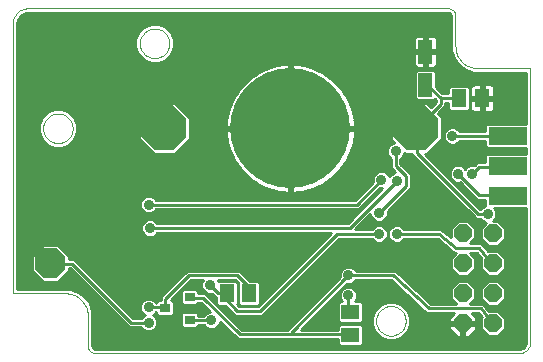
<source format=gtl>
G75*
%MOIN*%
%OFA0B0*%
%FSLAX24Y24*%
%IPPOS*%
%LPD*%
%AMOC8*
5,1,8,0,0,1.08239X$1,22.5*
%
%ADD10C,0.0000*%
%ADD11OC8,0.1500*%
%ADD12C,0.4000*%
%ADD13R,0.0512X0.0630*%
%ADD14R,0.0512X0.0591*%
%ADD15R,0.0591X0.0512*%
%ADD16R,0.0354X0.0315*%
%ADD17OC8,0.0600*%
%ADD18OC8,0.1000*%
%ADD19R,0.0472X0.0787*%
%ADD20R,0.1300X0.0600*%
%ADD21C,0.0100*%
%ADD22C,0.0356*%
%ADD23C,0.0360*%
D10*
X002650Y001400D02*
X002648Y001454D01*
X002642Y001507D01*
X002633Y001559D01*
X002620Y001611D01*
X002603Y001662D01*
X002582Y001712D01*
X002558Y001759D01*
X002531Y001805D01*
X002500Y001849D01*
X002467Y001891D01*
X002430Y001930D01*
X002391Y001967D01*
X002349Y002000D01*
X002305Y002031D01*
X002259Y002058D01*
X002212Y002082D01*
X002162Y002103D01*
X002111Y002120D01*
X002059Y002133D01*
X002007Y002142D01*
X001954Y002148D01*
X001900Y002150D01*
X000150Y002150D01*
X000150Y011256D01*
X000150Y011150D02*
X000152Y011194D01*
X000158Y011237D01*
X000167Y011279D01*
X000180Y011321D01*
X000197Y011361D01*
X000217Y011400D01*
X000240Y011437D01*
X000267Y011471D01*
X000296Y011504D01*
X000329Y011533D01*
X000363Y011560D01*
X000400Y011583D01*
X000439Y011603D01*
X000479Y011620D01*
X000521Y011633D01*
X000563Y011642D01*
X000606Y011648D01*
X000650Y011650D01*
X014650Y011650D01*
X014680Y011648D01*
X014710Y011643D01*
X014739Y011634D01*
X014766Y011621D01*
X014792Y011606D01*
X014816Y011587D01*
X014837Y011566D01*
X014856Y011542D01*
X014871Y011516D01*
X014884Y011489D01*
X014893Y011460D01*
X014898Y011430D01*
X014900Y011400D01*
X014900Y010400D01*
X014902Y010346D01*
X014908Y010293D01*
X014917Y010241D01*
X014930Y010189D01*
X014947Y010138D01*
X014968Y010088D01*
X014992Y010041D01*
X015019Y009995D01*
X015050Y009951D01*
X015083Y009909D01*
X015120Y009870D01*
X015159Y009833D01*
X015201Y009800D01*
X015245Y009769D01*
X015291Y009742D01*
X015338Y009718D01*
X015388Y009697D01*
X015439Y009680D01*
X015491Y009667D01*
X015543Y009658D01*
X015596Y009652D01*
X015650Y009650D01*
X017400Y009650D01*
X017400Y000544D01*
X017398Y000505D01*
X017392Y000467D01*
X017383Y000430D01*
X017370Y000393D01*
X017353Y000358D01*
X017334Y000325D01*
X017311Y000294D01*
X017285Y000265D01*
X017256Y000239D01*
X017225Y000216D01*
X017192Y000197D01*
X017157Y000180D01*
X017120Y000167D01*
X017083Y000158D01*
X017045Y000152D01*
X017006Y000150D01*
X017150Y000150D02*
X002900Y000150D01*
X002870Y000152D01*
X002840Y000157D01*
X002811Y000166D01*
X002784Y000179D01*
X002758Y000194D01*
X002734Y000213D01*
X002713Y000234D01*
X002694Y000258D01*
X002679Y000284D01*
X002666Y000311D01*
X002657Y000340D01*
X002652Y000370D01*
X002650Y000400D01*
X002650Y001400D01*
X001158Y007650D02*
X001160Y007694D01*
X001166Y007738D01*
X001176Y007781D01*
X001189Y007823D01*
X001207Y007863D01*
X001228Y007902D01*
X001252Y007939D01*
X001279Y007974D01*
X001310Y008006D01*
X001343Y008035D01*
X001379Y008061D01*
X001417Y008083D01*
X001457Y008102D01*
X001498Y008118D01*
X001541Y008130D01*
X001584Y008138D01*
X001628Y008142D01*
X001672Y008142D01*
X001716Y008138D01*
X001759Y008130D01*
X001802Y008118D01*
X001843Y008102D01*
X001883Y008083D01*
X001921Y008061D01*
X001957Y008035D01*
X001990Y008006D01*
X002021Y007974D01*
X002048Y007939D01*
X002072Y007902D01*
X002093Y007863D01*
X002111Y007823D01*
X002124Y007781D01*
X002134Y007738D01*
X002140Y007694D01*
X002142Y007650D01*
X002140Y007606D01*
X002134Y007562D01*
X002124Y007519D01*
X002111Y007477D01*
X002093Y007437D01*
X002072Y007398D01*
X002048Y007361D01*
X002021Y007326D01*
X001990Y007294D01*
X001957Y007265D01*
X001921Y007239D01*
X001883Y007217D01*
X001843Y007198D01*
X001802Y007182D01*
X001759Y007170D01*
X001716Y007162D01*
X001672Y007158D01*
X001628Y007158D01*
X001584Y007162D01*
X001541Y007170D01*
X001498Y007182D01*
X001457Y007198D01*
X001417Y007217D01*
X001379Y007239D01*
X001343Y007265D01*
X001310Y007294D01*
X001279Y007326D01*
X001252Y007361D01*
X001228Y007398D01*
X001207Y007437D01*
X001189Y007477D01*
X001176Y007519D01*
X001166Y007562D01*
X001160Y007606D01*
X001158Y007650D01*
X004382Y010485D02*
X004384Y010529D01*
X004390Y010573D01*
X004400Y010616D01*
X004413Y010658D01*
X004431Y010698D01*
X004452Y010737D01*
X004476Y010774D01*
X004503Y010809D01*
X004534Y010841D01*
X004567Y010870D01*
X004603Y010896D01*
X004641Y010918D01*
X004681Y010937D01*
X004722Y010953D01*
X004765Y010965D01*
X004808Y010973D01*
X004852Y010977D01*
X004896Y010977D01*
X004940Y010973D01*
X004983Y010965D01*
X005026Y010953D01*
X005067Y010937D01*
X005107Y010918D01*
X005145Y010896D01*
X005181Y010870D01*
X005214Y010841D01*
X005245Y010809D01*
X005272Y010774D01*
X005296Y010737D01*
X005317Y010698D01*
X005335Y010658D01*
X005348Y010616D01*
X005358Y010573D01*
X005364Y010529D01*
X005366Y010485D01*
X005364Y010441D01*
X005358Y010397D01*
X005348Y010354D01*
X005335Y010312D01*
X005317Y010272D01*
X005296Y010233D01*
X005272Y010196D01*
X005245Y010161D01*
X005214Y010129D01*
X005181Y010100D01*
X005145Y010074D01*
X005107Y010052D01*
X005067Y010033D01*
X005026Y010017D01*
X004983Y010005D01*
X004940Y009997D01*
X004896Y009993D01*
X004852Y009993D01*
X004808Y009997D01*
X004765Y010005D01*
X004722Y010017D01*
X004681Y010033D01*
X004641Y010052D01*
X004603Y010074D01*
X004567Y010100D01*
X004534Y010129D01*
X004503Y010161D01*
X004476Y010196D01*
X004452Y010233D01*
X004431Y010272D01*
X004413Y010312D01*
X004400Y010354D01*
X004390Y010397D01*
X004384Y010441D01*
X004382Y010485D01*
X012256Y001233D02*
X012258Y001277D01*
X012264Y001321D01*
X012274Y001364D01*
X012287Y001406D01*
X012305Y001446D01*
X012326Y001485D01*
X012350Y001522D01*
X012377Y001557D01*
X012408Y001589D01*
X012441Y001618D01*
X012477Y001644D01*
X012515Y001666D01*
X012555Y001685D01*
X012596Y001701D01*
X012639Y001713D01*
X012682Y001721D01*
X012726Y001725D01*
X012770Y001725D01*
X012814Y001721D01*
X012857Y001713D01*
X012900Y001701D01*
X012941Y001685D01*
X012981Y001666D01*
X013019Y001644D01*
X013055Y001618D01*
X013088Y001589D01*
X013119Y001557D01*
X013146Y001522D01*
X013170Y001485D01*
X013191Y001446D01*
X013209Y001406D01*
X013222Y001364D01*
X013232Y001321D01*
X013238Y001277D01*
X013240Y001233D01*
X013238Y001189D01*
X013232Y001145D01*
X013222Y001102D01*
X013209Y001060D01*
X013191Y001020D01*
X013170Y000981D01*
X013146Y000944D01*
X013119Y000909D01*
X013088Y000877D01*
X013055Y000848D01*
X013019Y000822D01*
X012981Y000800D01*
X012941Y000781D01*
X012900Y000765D01*
X012857Y000753D01*
X012814Y000745D01*
X012770Y000741D01*
X012726Y000741D01*
X012682Y000745D01*
X012639Y000753D01*
X012596Y000765D01*
X012555Y000781D01*
X012515Y000800D01*
X012477Y000822D01*
X012441Y000848D01*
X012408Y000877D01*
X012377Y000909D01*
X012350Y000944D01*
X012326Y000981D01*
X012305Y001020D01*
X012287Y001060D01*
X012274Y001102D01*
X012264Y001145D01*
X012258Y001189D01*
X012256Y001233D01*
D11*
X013600Y007650D03*
X005200Y007650D03*
D12*
X009400Y007650D03*
D13*
X015006Y008650D03*
X015794Y008650D03*
D14*
X008024Y002150D03*
X007276Y002150D03*
D15*
X011400Y001524D03*
X011400Y000776D03*
D16*
X006044Y001276D03*
X005217Y001650D03*
X006044Y002024D03*
D17*
X015150Y002150D03*
X016150Y002150D03*
X016150Y003150D03*
X015150Y003150D03*
X015150Y004150D03*
X016150Y004150D03*
X016150Y001150D03*
X015150Y001150D03*
D18*
X001400Y003150D03*
D19*
X013900Y009099D03*
X013900Y010201D03*
D20*
X016650Y007400D03*
X016650Y006400D03*
X016650Y005400D03*
D21*
X016370Y005426D01*
X015701Y005426D01*
X014993Y006134D01*
X014890Y005863D02*
X014821Y005863D01*
X014828Y005888D02*
X014935Y005844D01*
X015050Y005844D01*
X015054Y005846D01*
X015635Y005266D01*
X015890Y005266D01*
X015890Y005074D01*
X015812Y005042D01*
X015731Y004960D01*
X015729Y004956D01*
X015728Y004956D01*
X013894Y006790D01*
X013956Y006790D01*
X014460Y007294D01*
X014460Y008006D01*
X014319Y008148D01*
X014562Y008391D01*
X014562Y008494D01*
X014640Y008494D01*
X014640Y008289D01*
X014705Y008225D01*
X015308Y008225D01*
X015372Y008289D01*
X015372Y009011D01*
X015308Y009075D01*
X014705Y009075D01*
X014640Y009011D01*
X014640Y008814D01*
X014468Y008814D01*
X014246Y009036D01*
X014246Y009538D01*
X014182Y009603D01*
X013618Y009603D01*
X013554Y009538D01*
X013554Y008660D01*
X013618Y008595D01*
X014182Y008595D01*
X014208Y008621D01*
X014209Y008621D01*
X014208Y008621D02*
X014242Y008588D01*
X014242Y008523D01*
X014092Y008374D01*
X013956Y008510D01*
X013244Y008510D01*
X012740Y008006D01*
X012740Y007294D01*
X012861Y007172D01*
X012848Y007172D01*
X012742Y007128D01*
X012660Y007047D01*
X012616Y006940D01*
X012616Y006825D01*
X012660Y006718D01*
X012742Y006636D01*
X012746Y006635D01*
X012746Y006344D01*
X012901Y006188D01*
X012888Y006188D01*
X012781Y006144D01*
X012699Y006062D01*
X012698Y006058D01*
X012679Y006102D01*
X012598Y006183D01*
X012491Y006227D01*
X012376Y006227D01*
X012269Y006183D01*
X012188Y006102D01*
X012143Y005995D01*
X012143Y005880D01*
X012145Y005875D01*
X011540Y005271D01*
X004925Y005271D01*
X004923Y005275D01*
X004842Y005356D01*
X004735Y005401D01*
X004620Y005401D01*
X004513Y005356D01*
X004432Y005275D01*
X004388Y005168D01*
X004388Y005053D01*
X004432Y004946D01*
X004513Y004865D01*
X004620Y004821D01*
X004735Y004821D01*
X004842Y004865D01*
X004923Y004946D01*
X004925Y004951D01*
X011673Y004951D01*
X012372Y005649D01*
X012376Y005647D01*
X012468Y005647D01*
X011304Y004483D01*
X004965Y004483D01*
X004963Y004488D01*
X004881Y004569D01*
X004775Y004613D01*
X004659Y004613D01*
X004553Y004569D01*
X004471Y004488D01*
X004427Y004381D01*
X004427Y004266D01*
X004471Y004159D01*
X004553Y004077D01*
X004659Y004033D01*
X004775Y004033D01*
X004881Y004077D01*
X004963Y004159D01*
X004965Y004163D01*
X010748Y004163D01*
X008312Y001727D01*
X007697Y001727D01*
X007628Y001796D01*
X007642Y001809D01*
X007642Y002491D01*
X007577Y002555D01*
X006988Y002555D01*
X006975Y002588D01*
X007564Y002588D01*
X007660Y002493D01*
X007658Y002491D01*
X007658Y001809D01*
X007723Y001745D01*
X008325Y001745D01*
X008390Y001809D01*
X008390Y002491D01*
X008325Y002555D01*
X008050Y002555D01*
X007790Y002815D01*
X007697Y002908D01*
X009493Y002908D01*
X009591Y003007D02*
X002480Y003007D01*
X002382Y003105D02*
X009690Y003105D01*
X009788Y003204D02*
X002283Y003204D01*
X002279Y003208D02*
X002185Y003302D01*
X009887Y003302D01*
X009985Y003401D02*
X002010Y003401D01*
X002010Y003403D02*
X001653Y003760D01*
X001147Y003760D01*
X000790Y003403D01*
X000790Y002897D01*
X001147Y002540D01*
X001653Y002540D01*
X002010Y002897D01*
X002010Y002982D01*
X002052Y002982D01*
X004021Y001014D01*
X004430Y001014D01*
X004432Y001009D01*
X004513Y000928D01*
X004620Y000884D01*
X004735Y000884D01*
X004842Y000928D01*
X004923Y001009D01*
X004968Y001116D01*
X004968Y001231D01*
X004923Y001338D01*
X004842Y001419D01*
X004818Y001430D01*
X004842Y001440D01*
X004923Y001521D01*
X004925Y001525D01*
X004930Y001525D01*
X004930Y001447D01*
X004994Y001383D01*
X005440Y001383D01*
X005504Y001447D01*
X005504Y001853D01*
X005440Y001917D01*
X005411Y001917D01*
X006082Y002588D01*
X006475Y002588D01*
X006435Y002491D01*
X006435Y002376D01*
X006479Y002269D01*
X006561Y002188D01*
X006667Y002143D01*
X006782Y002143D01*
X006787Y002145D01*
X006910Y002022D01*
X006910Y001809D01*
X006975Y001745D01*
X007227Y001745D01*
X007564Y001407D01*
X008445Y001407D01*
X008538Y001501D01*
X011004Y003966D01*
X012107Y003966D01*
X012109Y003962D01*
X012190Y003881D01*
X012297Y003836D01*
X012412Y003836D01*
X012519Y003881D01*
X012601Y003962D01*
X012645Y004069D01*
X012645Y004184D01*
X012601Y004291D01*
X012519Y004372D01*
X012412Y004416D01*
X012297Y004416D01*
X012190Y004372D01*
X012109Y004291D01*
X012107Y004286D01*
X011560Y004286D01*
X012065Y004791D01*
X012065Y004777D01*
X012109Y004671D01*
X012190Y004589D01*
X012297Y004545D01*
X012412Y004545D01*
X012519Y004589D01*
X012601Y004671D01*
X012645Y004777D01*
X012645Y004893D01*
X012643Y004897D01*
X013420Y005674D01*
X013420Y006122D01*
X013327Y006216D01*
X013066Y006476D01*
X013066Y006635D01*
X013070Y006636D01*
X013152Y006718D01*
X013196Y006825D01*
X013196Y006838D01*
X013244Y006790D01*
X013455Y006790D01*
X013455Y006777D01*
X015502Y004729D01*
X015596Y004636D01*
X015729Y004636D01*
X015731Y004631D01*
X015812Y004550D01*
X015919Y004506D01*
X015926Y004506D01*
X015740Y004320D01*
X015740Y003980D01*
X015980Y003740D01*
X016320Y003740D01*
X016560Y003980D01*
X016560Y004320D01*
X016320Y004560D01*
X016151Y004560D01*
X016223Y004631D01*
X016267Y004738D01*
X016267Y004853D01*
X016223Y004960D01*
X016193Y004990D01*
X017250Y004990D01*
X017250Y000544D01*
X011805Y000544D01*
X011805Y000475D02*
X011805Y001077D01*
X011741Y001142D01*
X011059Y001142D01*
X010995Y001077D01*
X010995Y000940D01*
X009749Y000940D01*
X011269Y002460D01*
X011273Y002458D01*
X011389Y002458D01*
X011495Y002503D01*
X011577Y002584D01*
X011579Y002588D01*
X012764Y002588D01*
X013897Y001531D01*
X013942Y001486D01*
X013945Y001486D01*
X013948Y001484D01*
X014011Y001486D01*
X014850Y001486D01*
X014700Y001336D01*
X014700Y001200D01*
X015100Y001200D01*
X015100Y001100D01*
X015200Y001100D01*
X015200Y001200D01*
X015600Y001200D01*
X015600Y001336D01*
X015450Y001486D01*
X015666Y001486D01*
X015775Y001355D01*
X015740Y001320D01*
X015740Y000980D01*
X015980Y000740D01*
X016320Y000740D01*
X016560Y000980D01*
X016560Y001320D01*
X016320Y001560D01*
X016021Y001560D01*
X015901Y001704D01*
X015901Y001712D01*
X015859Y001754D01*
X015821Y001799D01*
X015813Y001800D01*
X015807Y001806D01*
X015748Y001806D01*
X015689Y001811D01*
X015683Y001806D01*
X015386Y001806D01*
X015560Y001980D01*
X015560Y002320D01*
X015320Y002560D01*
X014980Y002560D01*
X014740Y002320D01*
X014740Y001980D01*
X014914Y001806D01*
X014071Y001806D01*
X012938Y002864D01*
X012893Y002908D01*
X012890Y002908D01*
X012888Y002911D01*
X012824Y002908D01*
X011579Y002908D01*
X011577Y002913D01*
X011495Y002994D01*
X011389Y003038D01*
X011273Y003038D01*
X011167Y002994D01*
X011085Y002913D01*
X011041Y002806D01*
X011041Y002691D01*
X011043Y002686D01*
X009296Y000940D01*
X007775Y000940D01*
X006555Y002160D01*
X006331Y002160D01*
X006331Y002227D01*
X006266Y002291D01*
X005821Y002291D01*
X005757Y002227D01*
X005757Y001821D01*
X005821Y001757D01*
X006266Y001757D01*
X006331Y001821D01*
X006331Y001840D01*
X006422Y001840D01*
X006720Y001542D01*
X006706Y001542D01*
X006600Y001498D01*
X006518Y001417D01*
X006517Y001412D01*
X006331Y001412D01*
X006331Y001479D01*
X006266Y001543D01*
X005821Y001543D01*
X005757Y001479D01*
X005757Y001073D01*
X005821Y001009D01*
X006266Y001009D01*
X006331Y001073D01*
X006331Y001092D01*
X006517Y001092D01*
X006518Y001088D01*
X006600Y001007D01*
X006706Y000962D01*
X006822Y000962D01*
X006928Y001007D01*
X007010Y001088D01*
X007054Y001195D01*
X007054Y001209D01*
X007549Y000714D01*
X007643Y000620D01*
X010995Y000620D01*
X010995Y000475D01*
X011059Y000410D01*
X011741Y000410D01*
X011805Y000475D01*
X011776Y000446D02*
X017224Y000446D01*
X017209Y000408D02*
X017142Y000341D01*
X017054Y000305D01*
X017006Y000300D01*
X002900Y000300D01*
X002874Y000303D01*
X002829Y000329D01*
X002803Y000374D01*
X002800Y000400D01*
X002800Y001543D01*
X002712Y001814D01*
X002544Y002044D01*
X002314Y002212D01*
X002314Y002212D01*
X002043Y002300D01*
X000300Y002300D01*
X000300Y011150D01*
X000307Y011218D01*
X000359Y011344D01*
X000456Y011441D01*
X000582Y011493D01*
X000650Y011500D01*
X014650Y011500D01*
X014676Y011497D01*
X014721Y011471D01*
X014747Y011426D01*
X014750Y011400D01*
X014750Y010257D01*
X014838Y009986D01*
X015006Y009756D01*
X015236Y009588D01*
X015236Y009588D01*
X015507Y009500D01*
X017250Y009500D01*
X017250Y007810D01*
X015954Y007810D01*
X015890Y007746D01*
X015890Y007554D01*
X015043Y007554D01*
X015042Y007558D01*
X014960Y007640D01*
X014853Y007684D01*
X014738Y007684D01*
X014631Y007640D01*
X014550Y007558D01*
X014506Y007452D01*
X014506Y007336D01*
X014550Y007230D01*
X014631Y007148D01*
X014738Y007104D01*
X014853Y007104D01*
X014960Y007148D01*
X015042Y007230D01*
X015043Y007234D01*
X015890Y007234D01*
X015890Y007054D01*
X015954Y006990D01*
X017250Y006990D01*
X017250Y006810D01*
X015954Y006810D01*
X015890Y006746D01*
X015890Y006530D01*
X015635Y006530D01*
X015541Y006437D01*
X015527Y006422D01*
X015523Y006424D01*
X015407Y006424D01*
X015301Y006380D01*
X015229Y006308D01*
X015157Y006380D01*
X015050Y006424D01*
X014935Y006424D01*
X014828Y006380D01*
X014747Y006299D01*
X014703Y006192D01*
X014703Y006077D01*
X014747Y005970D01*
X014828Y005888D01*
X014755Y005962D02*
X014722Y005962D01*
X014709Y006060D02*
X014624Y006060D01*
X014703Y006159D02*
X014525Y006159D01*
X014427Y006257D02*
X014729Y006257D01*
X014804Y006356D02*
X014328Y006356D01*
X014230Y006454D02*
X015558Y006454D01*
X015701Y006370D02*
X016370Y006370D01*
X016650Y006400D01*
X017250Y006848D02*
X014014Y006848D01*
X013934Y006750D02*
X015894Y006750D01*
X015890Y006651D02*
X014033Y006651D01*
X014131Y006553D02*
X015890Y006553D01*
X015701Y006370D02*
X015465Y006134D01*
X015276Y006356D02*
X015181Y006356D01*
X015136Y005765D02*
X014919Y005765D01*
X015018Y005666D02*
X015234Y005666D01*
X015333Y005568D02*
X015116Y005568D01*
X015215Y005469D02*
X015431Y005469D01*
X015530Y005371D02*
X015313Y005371D01*
X015412Y005272D02*
X015628Y005272D01*
X015510Y005174D02*
X015890Y005174D01*
X015890Y005075D02*
X015609Y005075D01*
X015707Y004977D02*
X015747Y004977D01*
X015662Y004796D02*
X015977Y004796D01*
X016243Y004681D02*
X017250Y004681D01*
X017250Y004583D02*
X016174Y004583D01*
X015904Y004484D02*
X015396Y004484D01*
X015320Y004560D02*
X014980Y004560D01*
X014740Y004320D01*
X014740Y004014D01*
X014471Y004244D01*
X014429Y004286D01*
X014422Y004286D01*
X014416Y004291D01*
X014356Y004286D01*
X013193Y004286D01*
X013191Y004291D01*
X013110Y004372D01*
X013003Y004416D01*
X012888Y004416D01*
X012781Y004372D01*
X012699Y004291D01*
X012655Y004184D01*
X012655Y004069D01*
X012699Y003962D01*
X012781Y003881D01*
X012888Y003836D01*
X013003Y003836D01*
X013110Y003881D01*
X013191Y003962D01*
X013193Y003966D01*
X014303Y003966D01*
X014805Y003536D01*
X014848Y003494D01*
X014855Y003494D01*
X014860Y003489D01*
X014914Y003493D01*
X014740Y003320D01*
X014740Y002980D01*
X014980Y002740D01*
X015320Y002740D01*
X015560Y002980D01*
X015560Y003320D01*
X015386Y003494D01*
X015627Y003494D01*
X015759Y003338D01*
X015740Y003320D01*
X015740Y002980D01*
X015980Y002740D01*
X016320Y002740D01*
X016560Y002980D01*
X016560Y003320D01*
X016320Y003560D01*
X015990Y003560D01*
X015861Y003713D01*
X015861Y003720D01*
X015819Y003762D01*
X015781Y003808D01*
X015773Y003809D01*
X015767Y003814D01*
X015708Y003814D01*
X015648Y003819D01*
X015643Y003814D01*
X015394Y003814D01*
X015560Y003980D01*
X015560Y004320D01*
X015320Y004560D01*
X015494Y004386D02*
X015806Y004386D01*
X015740Y004287D02*
X015560Y004287D01*
X015560Y004189D02*
X015740Y004189D01*
X015740Y004090D02*
X015560Y004090D01*
X015560Y003992D02*
X015740Y003992D01*
X015827Y003893D02*
X015473Y003893D01*
X015701Y003654D02*
X016134Y003142D01*
X016150Y003150D01*
X015740Y003105D02*
X015560Y003105D01*
X015560Y003007D02*
X015740Y003007D01*
X015812Y002908D02*
X015488Y002908D01*
X015389Y002810D02*
X015911Y002810D01*
X015980Y002560D02*
X015740Y002320D01*
X015740Y001980D01*
X015980Y001740D01*
X016320Y001740D01*
X016560Y001980D01*
X016560Y002320D01*
X016320Y002560D01*
X015980Y002560D01*
X015934Y002514D02*
X015366Y002514D01*
X015464Y002416D02*
X015836Y002416D01*
X015740Y002317D02*
X015560Y002317D01*
X015560Y002219D02*
X015740Y002219D01*
X015740Y002120D02*
X015560Y002120D01*
X015560Y002022D02*
X015740Y002022D01*
X015797Y001923D02*
X015503Y001923D01*
X015404Y001825D02*
X015896Y001825D01*
X015887Y001726D02*
X017250Y001726D01*
X017250Y001628D02*
X015964Y001628D01*
X015741Y001646D02*
X014008Y001646D01*
X012827Y002748D01*
X011331Y002748D01*
X009402Y000819D01*
X009402Y000780D01*
X007709Y000780D01*
X006489Y002000D01*
X006056Y002000D01*
X006044Y002024D01*
X005757Y002022D02*
X005515Y002022D01*
X005614Y002120D02*
X005757Y002120D01*
X005757Y002219D02*
X005712Y002219D01*
X005811Y002317D02*
X006459Y002317D01*
X006435Y002416D02*
X005909Y002416D01*
X006008Y002514D02*
X006444Y002514D01*
X006725Y002433D02*
X007000Y002158D01*
X007276Y002158D01*
X007276Y002150D01*
X007079Y002119D01*
X007630Y001567D01*
X008378Y001567D01*
X010937Y004126D01*
X012355Y004126D01*
X012613Y003992D02*
X012687Y003992D01*
X012655Y004090D02*
X012645Y004090D01*
X012643Y004189D02*
X012657Y004189D01*
X012698Y004287D02*
X012602Y004287D01*
X012487Y004386D02*
X012813Y004386D01*
X012503Y004583D02*
X015780Y004583D01*
X015550Y004681D02*
X012605Y004681D01*
X012645Y004780D02*
X015452Y004780D01*
X015353Y004878D02*
X012645Y004878D01*
X012722Y004977D02*
X015255Y004977D01*
X015156Y005075D02*
X012821Y005075D01*
X012919Y005174D02*
X015058Y005174D01*
X014959Y005272D02*
X013018Y005272D01*
X013116Y005371D02*
X014861Y005371D01*
X014762Y005469D02*
X013215Y005469D01*
X013313Y005568D02*
X014664Y005568D01*
X014565Y005666D02*
X013412Y005666D01*
X013420Y005765D02*
X014467Y005765D01*
X014368Y005863D02*
X013420Y005863D01*
X013420Y005962D02*
X014270Y005962D01*
X014171Y006060D02*
X013420Y006060D01*
X013384Y006159D02*
X014073Y006159D01*
X013974Y006257D02*
X013285Y006257D01*
X013187Y006356D02*
X013876Y006356D01*
X013777Y006454D02*
X013088Y006454D01*
X013066Y006553D02*
X013679Y006553D01*
X013580Y006651D02*
X013085Y006651D01*
X013165Y006750D02*
X013482Y006750D01*
X013615Y006843D02*
X015662Y004796D01*
X016206Y004977D02*
X017250Y004977D01*
X017250Y004878D02*
X016257Y004878D01*
X016267Y004780D02*
X017250Y004780D01*
X017250Y004484D02*
X016396Y004484D01*
X016494Y004386D02*
X017250Y004386D01*
X017250Y004287D02*
X016560Y004287D01*
X016560Y004189D02*
X017250Y004189D01*
X017250Y004090D02*
X016560Y004090D01*
X016560Y003992D02*
X017250Y003992D01*
X017250Y003893D02*
X016473Y003893D01*
X016374Y003795D02*
X017250Y003795D01*
X017250Y003696D02*
X015875Y003696D01*
X015926Y003795D02*
X015792Y003795D01*
X015701Y003654D02*
X014914Y003654D01*
X014363Y004126D01*
X012945Y004126D01*
X012769Y003893D02*
X012531Y003893D01*
X012178Y003893D02*
X010930Y003893D01*
X010832Y003795D02*
X014504Y003795D01*
X014389Y003893D02*
X013122Y003893D01*
X013193Y004287D02*
X014365Y004287D01*
X014421Y004287D02*
X014740Y004287D01*
X014740Y004189D02*
X014536Y004189D01*
X014651Y004090D02*
X014740Y004090D01*
X014806Y004386D02*
X013077Y004386D01*
X012355Y004835D02*
X013260Y005741D01*
X013260Y006056D01*
X012906Y006410D01*
X012906Y006882D01*
X012647Y006750D02*
X011354Y006750D01*
X011354Y006749D02*
X011419Y006905D01*
X011471Y007066D01*
X011510Y007230D01*
X011537Y007397D01*
X011550Y007566D01*
X011550Y007600D01*
X009450Y007600D01*
X009450Y007700D01*
X011550Y007700D01*
X011550Y007734D01*
X011537Y007903D01*
X011510Y008070D01*
X011471Y008234D01*
X011419Y008395D01*
X011354Y008551D01*
X011277Y008701D01*
X011189Y008845D01*
X011090Y008982D01*
X010980Y009111D01*
X010861Y009230D01*
X010732Y009340D01*
X010595Y009439D01*
X010451Y009527D01*
X010301Y009604D01*
X010145Y009669D01*
X009984Y009721D01*
X009820Y009760D01*
X009653Y009787D01*
X009484Y009800D01*
X009450Y009800D01*
X009450Y007700D01*
X009350Y007700D01*
X009350Y009800D01*
X009316Y009800D01*
X009147Y009787D01*
X008980Y009760D01*
X008816Y009721D01*
X008655Y009669D01*
X008499Y009604D01*
X008349Y009527D01*
X008205Y009439D01*
X008068Y009340D01*
X007939Y009230D01*
X007820Y009111D01*
X007710Y008982D01*
X007611Y008845D01*
X007523Y008701D01*
X007446Y008551D01*
X007381Y008395D01*
X007329Y008234D01*
X007290Y008070D01*
X007263Y007903D01*
X007250Y007734D01*
X007250Y007700D01*
X009350Y007700D01*
X009350Y007600D01*
X009450Y007600D01*
X009450Y005500D01*
X009484Y005500D01*
X009653Y005513D01*
X009820Y005540D01*
X009984Y005579D01*
X010145Y005631D01*
X010301Y005696D01*
X010451Y005773D01*
X010595Y005861D01*
X010732Y005960D01*
X010861Y006070D01*
X010980Y006189D01*
X011090Y006318D01*
X011189Y006455D01*
X011277Y006599D01*
X011354Y006749D01*
X011395Y006848D02*
X012616Y006848D01*
X012619Y006947D02*
X011432Y006947D01*
X011464Y007045D02*
X012659Y007045D01*
X012779Y007144D02*
X011489Y007144D01*
X011512Y007242D02*
X012792Y007242D01*
X012740Y007341D02*
X011528Y007341D01*
X011540Y007439D02*
X012740Y007439D01*
X012740Y007538D02*
X011548Y007538D01*
X011550Y007735D02*
X012740Y007735D01*
X012740Y007833D02*
X011542Y007833D01*
X011532Y007932D02*
X012740Y007932D01*
X012764Y008030D02*
X011517Y008030D01*
X011496Y008129D02*
X012862Y008129D01*
X012961Y008227D02*
X011473Y008227D01*
X011441Y008326D02*
X013059Y008326D01*
X013158Y008424D02*
X011407Y008424D01*
X011366Y008523D02*
X014241Y008523D01*
X014143Y008424D02*
X014042Y008424D01*
X014402Y008457D02*
X014402Y008654D01*
X013930Y009126D01*
X013900Y009099D01*
X014246Y009114D02*
X015513Y009114D01*
X015518Y009115D02*
X015480Y009105D01*
X015446Y009085D01*
X015418Y009057D01*
X015398Y009023D01*
X015388Y008985D01*
X015388Y008700D01*
X015744Y008700D01*
X015744Y009115D01*
X015518Y009115D01*
X015396Y009015D02*
X015368Y009015D01*
X015372Y008917D02*
X015388Y008917D01*
X015388Y008818D02*
X015372Y008818D01*
X015372Y008720D02*
X015388Y008720D01*
X015372Y008621D02*
X015744Y008621D01*
X015744Y008600D02*
X015744Y008700D01*
X015844Y008700D01*
X016200Y008700D01*
X016200Y008985D01*
X016189Y009023D01*
X016170Y009057D01*
X016142Y009085D01*
X016108Y009105D01*
X016069Y009115D01*
X015844Y009115D01*
X015844Y008700D01*
X015844Y008600D01*
X016200Y008600D01*
X016200Y008315D01*
X016189Y008277D01*
X016170Y008243D01*
X016142Y008215D01*
X016108Y008195D01*
X016069Y008185D01*
X015844Y008185D01*
X015844Y008600D01*
X015744Y008600D01*
X015744Y008185D01*
X015518Y008185D01*
X015480Y008195D01*
X015446Y008215D01*
X015418Y008243D01*
X015398Y008277D01*
X015388Y008315D01*
X015388Y008600D01*
X015744Y008600D01*
X015794Y008650D02*
X016650Y008650D01*
X016200Y008720D02*
X017250Y008720D01*
X017250Y008818D02*
X016200Y008818D01*
X016200Y008917D02*
X017250Y008917D01*
X017250Y009015D02*
X016191Y009015D01*
X016075Y009114D02*
X017250Y009114D01*
X017250Y009212D02*
X014246Y009212D01*
X014246Y009311D02*
X017250Y009311D01*
X017250Y009409D02*
X014246Y009409D01*
X014246Y009508D02*
X015484Y009508D01*
X015212Y009606D02*
X010296Y009606D01*
X010484Y009508D02*
X013554Y009508D01*
X013554Y009409D02*
X010637Y009409D01*
X010766Y009311D02*
X013554Y009311D01*
X013554Y009212D02*
X010879Y009212D01*
X010977Y009114D02*
X013554Y009114D01*
X013554Y009015D02*
X011062Y009015D01*
X011137Y008917D02*
X013554Y008917D01*
X013554Y008818D02*
X011206Y008818D01*
X011266Y008720D02*
X013554Y008720D01*
X013592Y008621D02*
X011318Y008621D01*
X010034Y009705D02*
X013555Y009705D01*
X013544Y009715D02*
X013572Y009687D01*
X013606Y009668D01*
X013644Y009657D01*
X013850Y009657D01*
X013850Y010151D01*
X013950Y010151D01*
X013950Y009657D01*
X014156Y009657D01*
X014194Y009668D01*
X014228Y009687D01*
X014256Y009715D01*
X014276Y009750D01*
X014286Y009788D01*
X014286Y010151D01*
X013950Y010151D01*
X013950Y010251D01*
X014286Y010251D01*
X014286Y010615D01*
X014276Y010653D01*
X014256Y010687D01*
X014228Y010715D01*
X014194Y010735D01*
X014156Y010745D01*
X013950Y010745D01*
X013950Y010251D01*
X013850Y010251D01*
X013850Y010151D01*
X013514Y010151D01*
X013514Y009788D01*
X013524Y009750D01*
X013544Y009715D01*
X013514Y009803D02*
X000300Y009803D01*
X000300Y009705D02*
X008766Y009705D01*
X008504Y009606D02*
X000300Y009606D01*
X000300Y009508D02*
X008316Y009508D01*
X008163Y009409D02*
X000300Y009409D01*
X000300Y009311D02*
X008034Y009311D01*
X007921Y009212D02*
X000300Y009212D01*
X000300Y009114D02*
X007823Y009114D01*
X007738Y009015D02*
X000300Y009015D01*
X000300Y008917D02*
X007663Y008917D01*
X007594Y008818D02*
X000300Y008818D01*
X000300Y008720D02*
X007534Y008720D01*
X007482Y008621D02*
X000300Y008621D01*
X000300Y008523D02*
X007434Y008523D01*
X007393Y008424D02*
X005642Y008424D01*
X005556Y008510D02*
X004844Y008510D01*
X004340Y008006D01*
X004340Y007294D01*
X004844Y006790D01*
X005556Y006790D01*
X006060Y007294D01*
X006060Y008006D01*
X005556Y008510D01*
X005741Y008326D02*
X007359Y008326D01*
X007327Y008227D02*
X005839Y008227D01*
X005938Y008129D02*
X007304Y008129D01*
X007283Y008030D02*
X006036Y008030D01*
X006060Y007932D02*
X007268Y007932D01*
X007258Y007833D02*
X006060Y007833D01*
X006060Y007735D02*
X007250Y007735D01*
X007250Y007600D02*
X007250Y007566D01*
X007263Y007397D01*
X007290Y007230D01*
X007329Y007066D01*
X007381Y006905D01*
X007446Y006749D01*
X007523Y006599D01*
X007611Y006455D01*
X007710Y006318D01*
X007820Y006189D01*
X007939Y006070D01*
X008068Y005960D01*
X008205Y005861D01*
X008349Y005773D01*
X008499Y005696D01*
X008655Y005631D01*
X008816Y005579D01*
X008980Y005540D01*
X009147Y005513D01*
X009316Y005500D01*
X009350Y005500D01*
X009350Y007600D01*
X007250Y007600D01*
X007252Y007538D02*
X006060Y007538D01*
X006060Y007636D02*
X009350Y007636D01*
X009350Y007538D02*
X009450Y007538D01*
X009450Y007636D02*
X012740Y007636D01*
X013600Y007650D02*
X013615Y007630D01*
X013615Y006843D01*
X014113Y006947D02*
X017250Y006947D01*
X016650Y007400D02*
X016370Y007394D01*
X014796Y007394D01*
X014541Y007538D02*
X014460Y007538D01*
X014460Y007636D02*
X014627Y007636D01*
X014460Y007735D02*
X015890Y007735D01*
X015890Y007636D02*
X014964Y007636D01*
X014506Y007439D02*
X014460Y007439D01*
X014460Y007341D02*
X014506Y007341D01*
X014545Y007242D02*
X014408Y007242D01*
X014310Y007144D02*
X014643Y007144D01*
X014949Y007144D02*
X015890Y007144D01*
X015899Y007045D02*
X014211Y007045D01*
X013600Y007650D02*
X013615Y007670D01*
X014402Y008457D01*
X014497Y008326D02*
X014640Y008326D01*
X014640Y008424D02*
X014562Y008424D01*
X014703Y008227D02*
X014398Y008227D01*
X014338Y008129D02*
X017250Y008129D01*
X017250Y008227D02*
X016154Y008227D01*
X016200Y008326D02*
X017250Y008326D01*
X017250Y008424D02*
X016200Y008424D01*
X016200Y008523D02*
X017250Y008523D01*
X017250Y008621D02*
X015844Y008621D01*
X015844Y008523D02*
X015744Y008523D01*
X015744Y008424D02*
X015844Y008424D01*
X015844Y008326D02*
X015744Y008326D01*
X015744Y008227D02*
X015844Y008227D01*
X015434Y008227D02*
X015310Y008227D01*
X015372Y008326D02*
X015388Y008326D01*
X015388Y008424D02*
X015372Y008424D01*
X015372Y008523D02*
X015388Y008523D01*
X015006Y008650D02*
X014993Y008654D01*
X014402Y008654D01*
X014464Y008818D02*
X014640Y008818D01*
X014640Y008917D02*
X014366Y008917D01*
X014267Y009015D02*
X014645Y009015D01*
X014245Y009705D02*
X015076Y009705D01*
X015006Y009756D02*
X015006Y009756D01*
X015006Y009756D01*
X014971Y009803D02*
X014286Y009803D01*
X014286Y009902D02*
X014900Y009902D01*
X014838Y009986D02*
X014838Y009986D01*
X014834Y010000D02*
X014286Y010000D01*
X014286Y010099D02*
X014802Y010099D01*
X014770Y010197D02*
X013950Y010197D01*
X013950Y010099D02*
X013850Y010099D01*
X013850Y010197D02*
X005450Y010197D01*
X005419Y010121D02*
X005517Y010357D01*
X005517Y010612D01*
X005419Y010848D01*
X005238Y011029D01*
X005002Y011127D01*
X004747Y011127D01*
X004511Y011029D01*
X004330Y010848D01*
X004232Y010612D01*
X004232Y010357D01*
X004330Y010121D01*
X004511Y009940D01*
X004747Y009843D01*
X005002Y009843D01*
X005238Y009940D01*
X005419Y010121D01*
X005396Y010099D02*
X013514Y010099D01*
X013514Y010000D02*
X005298Y010000D01*
X005145Y009902D02*
X013514Y009902D01*
X013850Y009902D02*
X013950Y009902D01*
X013950Y010000D02*
X013850Y010000D01*
X013850Y009803D02*
X013950Y009803D01*
X013950Y009705D02*
X013850Y009705D01*
X013850Y010251D02*
X013514Y010251D01*
X013514Y010615D01*
X013524Y010653D01*
X013544Y010687D01*
X013572Y010715D01*
X013606Y010735D01*
X013644Y010745D01*
X013850Y010745D01*
X013850Y010251D01*
X013850Y010296D02*
X013950Y010296D01*
X013950Y010394D02*
X013850Y010394D01*
X013850Y010493D02*
X013950Y010493D01*
X013950Y010591D02*
X013850Y010591D01*
X013850Y010690D02*
X013950Y010690D01*
X014254Y010690D02*
X014750Y010690D01*
X014750Y010788D02*
X005444Y010788D01*
X005485Y010690D02*
X013546Y010690D01*
X013514Y010591D02*
X005517Y010591D01*
X005517Y010493D02*
X013514Y010493D01*
X013514Y010394D02*
X005517Y010394D01*
X005491Y010296D02*
X013514Y010296D01*
X014286Y010296D02*
X014750Y010296D01*
X014750Y010394D02*
X014286Y010394D01*
X014286Y010493D02*
X014750Y010493D01*
X014750Y010591D02*
X014286Y010591D01*
X014750Y010887D02*
X005381Y010887D01*
X005282Y010985D02*
X014750Y010985D01*
X014750Y011084D02*
X005107Y011084D01*
X004642Y011084D02*
X000300Y011084D01*
X000303Y011182D02*
X014750Y011182D01*
X014750Y011281D02*
X000333Y011281D01*
X000394Y011379D02*
X014750Y011379D01*
X014709Y011478D02*
X000544Y011478D01*
X000300Y010985D02*
X004467Y010985D01*
X004368Y010887D02*
X000300Y010887D01*
X000300Y010788D02*
X004305Y010788D01*
X004264Y010690D02*
X000300Y010690D01*
X000300Y010591D02*
X004232Y010591D01*
X004232Y010493D02*
X000300Y010493D01*
X000300Y010394D02*
X004232Y010394D01*
X004258Y010296D02*
X000300Y010296D01*
X000300Y010197D02*
X004299Y010197D01*
X004352Y010099D02*
X000300Y010099D01*
X000300Y010000D02*
X004451Y010000D01*
X004604Y009902D02*
X000300Y009902D01*
X000300Y008424D02*
X004758Y008424D01*
X004659Y008326D02*
X000300Y008326D01*
X000300Y008227D02*
X001365Y008227D01*
X001286Y008194D02*
X001106Y008014D01*
X001008Y007778D01*
X001008Y007522D01*
X001106Y007286D01*
X001286Y007106D01*
X001522Y007008D01*
X001778Y007008D01*
X002014Y007106D01*
X002194Y007286D01*
X002292Y007522D01*
X002292Y007778D01*
X002194Y008014D01*
X002014Y008194D01*
X001778Y008292D01*
X001522Y008292D01*
X001286Y008194D01*
X001220Y008129D02*
X000300Y008129D01*
X000300Y008030D02*
X001122Y008030D01*
X001072Y007932D02*
X000300Y007932D01*
X000300Y007833D02*
X001031Y007833D01*
X001008Y007735D02*
X000300Y007735D01*
X000300Y007636D02*
X001008Y007636D01*
X001008Y007538D02*
X000300Y007538D01*
X000300Y007439D02*
X001042Y007439D01*
X001083Y007341D02*
X000300Y007341D01*
X000300Y007242D02*
X001150Y007242D01*
X001248Y007144D02*
X000300Y007144D01*
X000300Y007045D02*
X001433Y007045D01*
X001867Y007045D02*
X004589Y007045D01*
X004687Y006947D02*
X000300Y006947D01*
X000300Y006848D02*
X004786Y006848D01*
X004490Y007144D02*
X002052Y007144D01*
X002150Y007242D02*
X004392Y007242D01*
X004340Y007341D02*
X002217Y007341D01*
X002258Y007439D02*
X004340Y007439D01*
X004340Y007538D02*
X002292Y007538D01*
X002292Y007636D02*
X004340Y007636D01*
X004340Y007735D02*
X002292Y007735D01*
X002269Y007833D02*
X004340Y007833D01*
X004340Y007932D02*
X002228Y007932D01*
X002178Y008030D02*
X004364Y008030D01*
X004462Y008129D02*
X002080Y008129D01*
X001935Y008227D02*
X004561Y008227D01*
X006008Y007242D02*
X007288Y007242D01*
X007272Y007341D02*
X006060Y007341D01*
X006060Y007439D02*
X007260Y007439D01*
X007311Y007144D02*
X005910Y007144D01*
X005811Y007045D02*
X007336Y007045D01*
X007368Y006947D02*
X005713Y006947D01*
X005614Y006848D02*
X007405Y006848D01*
X007446Y006750D02*
X000300Y006750D01*
X000300Y006651D02*
X007496Y006651D01*
X007551Y006553D02*
X000300Y006553D01*
X000300Y006454D02*
X007611Y006454D01*
X007683Y006356D02*
X000300Y006356D01*
X000300Y006257D02*
X007762Y006257D01*
X007851Y006159D02*
X000300Y006159D01*
X000300Y006060D02*
X007951Y006060D01*
X008066Y005962D02*
X000300Y005962D01*
X000300Y005863D02*
X008202Y005863D01*
X008365Y005765D02*
X000300Y005765D01*
X000300Y005666D02*
X008572Y005666D01*
X008864Y005568D02*
X000300Y005568D01*
X000300Y005469D02*
X011739Y005469D01*
X011837Y005568D02*
X009936Y005568D01*
X010228Y005666D02*
X011936Y005666D01*
X012034Y005765D02*
X010435Y005765D01*
X010598Y005863D02*
X012133Y005863D01*
X012143Y005962D02*
X010734Y005962D01*
X010849Y006060D02*
X012170Y006060D01*
X012244Y006159D02*
X010949Y006159D01*
X011038Y006257D02*
X012832Y006257D01*
X012816Y006159D02*
X012622Y006159D01*
X012697Y006060D02*
X012698Y006060D01*
X012433Y005937D02*
X011607Y005111D01*
X004678Y005111D01*
X004925Y005272D02*
X011542Y005272D01*
X011640Y005371D02*
X004808Y005371D01*
X004547Y005371D02*
X000300Y005371D01*
X000300Y005272D02*
X004431Y005272D01*
X004390Y005174D02*
X000300Y005174D01*
X000300Y005075D02*
X004388Y005075D01*
X004419Y004977D02*
X000300Y004977D01*
X000300Y004878D02*
X004500Y004878D01*
X004855Y004878D02*
X011699Y004878D01*
X011699Y004977D02*
X011797Y004977D01*
X011797Y005075D02*
X011896Y005075D01*
X011896Y005174D02*
X011994Y005174D01*
X011994Y005272D02*
X012093Y005272D01*
X012093Y005371D02*
X012191Y005371D01*
X012191Y005469D02*
X012290Y005469D01*
X012290Y005568D02*
X012388Y005568D01*
X012945Y005898D02*
X011370Y004323D01*
X004717Y004323D01*
X004459Y004189D02*
X000300Y004189D01*
X000300Y004287D02*
X004427Y004287D01*
X004429Y004386D02*
X000300Y004386D01*
X000300Y004484D02*
X004470Y004484D01*
X004585Y004583D02*
X000300Y004583D01*
X000300Y004681D02*
X011502Y004681D01*
X011600Y004780D02*
X000300Y004780D01*
X000300Y004090D02*
X004540Y004090D01*
X004894Y004090D02*
X010675Y004090D01*
X010576Y003992D02*
X000300Y003992D01*
X000300Y003893D02*
X010478Y003893D01*
X010379Y003795D02*
X000300Y003795D01*
X000300Y003696D02*
X001083Y003696D01*
X000985Y003598D02*
X000300Y003598D01*
X000300Y003499D02*
X000886Y003499D01*
X000790Y003401D02*
X000300Y003401D01*
X000300Y003302D02*
X000790Y003302D01*
X000790Y003204D02*
X000300Y003204D01*
X000300Y003105D02*
X000790Y003105D01*
X000790Y003007D02*
X000300Y003007D01*
X000300Y002908D02*
X000790Y002908D01*
X000878Y002810D02*
X000300Y002810D01*
X000300Y002711D02*
X000976Y002711D01*
X001075Y002613D02*
X000300Y002613D01*
X000300Y002514D02*
X002520Y002514D01*
X002422Y002613D02*
X001725Y002613D01*
X001824Y002711D02*
X002323Y002711D01*
X002225Y002810D02*
X001922Y002810D01*
X002010Y002908D02*
X002126Y002908D01*
X002119Y003142D02*
X001410Y003142D01*
X001400Y003150D01*
X001914Y003499D02*
X010084Y003499D01*
X010182Y003598D02*
X001815Y003598D01*
X001717Y003696D02*
X010281Y003696D01*
X010536Y003499D02*
X014842Y003499D01*
X014821Y003401D02*
X010438Y003401D01*
X010339Y003302D02*
X014740Y003302D01*
X014740Y003204D02*
X010241Y003204D01*
X010142Y003105D02*
X014740Y003105D01*
X014740Y003007D02*
X011466Y003007D01*
X011196Y003007D02*
X010044Y003007D01*
X009945Y002908D02*
X011083Y002908D01*
X011043Y002810D02*
X009847Y002810D01*
X009748Y002711D02*
X011041Y002711D01*
X010969Y002613D02*
X009650Y002613D01*
X009551Y002514D02*
X010870Y002514D01*
X010772Y002416D02*
X009453Y002416D01*
X009354Y002317D02*
X010673Y002317D01*
X010575Y002219D02*
X009256Y002219D01*
X009157Y002120D02*
X010476Y002120D01*
X010378Y002022D02*
X009059Y002022D01*
X008960Y001923D02*
X010279Y001923D01*
X010181Y001825D02*
X008862Y001825D01*
X008763Y001726D02*
X010082Y001726D01*
X009984Y001628D02*
X008665Y001628D01*
X008566Y001529D02*
X009885Y001529D01*
X009787Y001431D02*
X008468Y001431D01*
X008409Y001825D02*
X008390Y001825D01*
X008390Y001923D02*
X008508Y001923D01*
X008606Y002022D02*
X008390Y002022D01*
X008390Y002120D02*
X008705Y002120D01*
X008803Y002219D02*
X008390Y002219D01*
X008390Y002317D02*
X008902Y002317D01*
X009000Y002416D02*
X008390Y002416D01*
X008367Y002514D02*
X009099Y002514D01*
X009197Y002613D02*
X007993Y002613D01*
X007894Y002711D02*
X009296Y002711D01*
X009394Y002810D02*
X007796Y002810D01*
X007697Y002908D02*
X005950Y002908D01*
X005162Y002121D01*
X005069Y002027D01*
X005069Y001917D01*
X004994Y001917D01*
X004930Y001853D01*
X004930Y001845D01*
X004925Y001845D01*
X004923Y001850D01*
X004842Y001931D01*
X004735Y001975D01*
X004620Y001975D01*
X004513Y001931D01*
X004432Y001850D01*
X004388Y001743D01*
X004388Y001628D01*
X004432Y001521D01*
X004513Y001440D01*
X004538Y001430D01*
X004513Y001419D01*
X004432Y001338D01*
X004430Y001334D01*
X004153Y001334D01*
X002279Y003208D01*
X002185Y003302D02*
X002010Y003302D01*
X002010Y003403D01*
X002119Y003142D02*
X004087Y001174D01*
X004678Y001174D01*
X004935Y001037D02*
X005793Y001037D01*
X005757Y001135D02*
X004968Y001135D01*
X004967Y001234D02*
X005757Y001234D01*
X005757Y001332D02*
X004926Y001332D01*
X004946Y001431D02*
X004820Y001431D01*
X004535Y001431D02*
X004056Y001431D01*
X003958Y001529D02*
X004428Y001529D01*
X004388Y001628D02*
X003859Y001628D01*
X003761Y001726D02*
X004388Y001726D01*
X004421Y001825D02*
X003662Y001825D01*
X003564Y001923D02*
X004505Y001923D01*
X004678Y001685D02*
X005189Y001685D01*
X005217Y001650D01*
X005229Y001685D01*
X005229Y001961D01*
X006016Y002748D01*
X007630Y002748D01*
X008024Y002355D01*
X008024Y002150D01*
X007658Y002120D02*
X007642Y002120D01*
X007642Y002022D02*
X007658Y002022D01*
X007658Y001923D02*
X007642Y001923D01*
X007642Y001825D02*
X007658Y001825D01*
X007344Y001628D02*
X007088Y001628D01*
X006989Y001726D02*
X007245Y001726D01*
X007186Y001529D02*
X007442Y001529D01*
X007541Y001431D02*
X007285Y001431D01*
X007383Y001332D02*
X009688Y001332D01*
X009590Y001234D02*
X007482Y001234D01*
X007580Y001135D02*
X009491Y001135D01*
X009393Y001037D02*
X007679Y001037D01*
X007423Y000840D02*
X002800Y000840D01*
X002800Y000938D02*
X004503Y000938D01*
X004852Y000938D02*
X007325Y000938D01*
X007226Y001037D02*
X006958Y001037D01*
X007029Y001135D02*
X007128Y001135D01*
X006764Y001252D02*
X006056Y001252D01*
X006044Y001276D01*
X006331Y001431D02*
X006532Y001431D01*
X006674Y001529D02*
X006281Y001529D01*
X006537Y001726D02*
X005504Y001726D01*
X005504Y001628D02*
X006635Y001628D01*
X006438Y001825D02*
X006331Y001825D01*
X006595Y002120D02*
X006812Y002120D01*
X006910Y002022D02*
X006694Y002022D01*
X006792Y001923D02*
X006910Y001923D01*
X006910Y001825D02*
X006891Y001825D01*
X006530Y002219D02*
X006331Y002219D01*
X005757Y001923D02*
X005417Y001923D01*
X005504Y001825D02*
X005757Y001825D01*
X005807Y001529D02*
X005504Y001529D01*
X005488Y001431D02*
X005757Y001431D01*
X006294Y001037D02*
X006570Y001037D01*
X007522Y000741D02*
X002800Y000741D01*
X002800Y000643D02*
X007620Y000643D01*
X009402Y000780D02*
X011370Y000780D01*
X011400Y000776D01*
X011805Y000741D02*
X012332Y000741D01*
X012385Y000688D02*
X012204Y000869D01*
X012106Y001105D01*
X012106Y001360D01*
X012204Y001596D01*
X012385Y001777D01*
X012621Y001875D01*
X012876Y001875D01*
X013112Y001777D01*
X013293Y001596D01*
X013391Y001360D01*
X013391Y001105D01*
X013293Y000869D01*
X013112Y000688D01*
X012876Y000591D01*
X012621Y000591D01*
X012385Y000688D01*
X012495Y000643D02*
X011805Y000643D01*
X011805Y000840D02*
X012233Y000840D01*
X012175Y000938D02*
X011805Y000938D01*
X011805Y001037D02*
X012135Y001037D01*
X012106Y001135D02*
X011748Y001135D01*
X011741Y001158D02*
X011805Y001223D01*
X011805Y001825D01*
X011741Y001890D01*
X011552Y001890D01*
X011577Y001915D01*
X011621Y002021D01*
X011621Y002137D01*
X011577Y002243D01*
X011495Y002325D01*
X011389Y002369D01*
X011273Y002369D01*
X011167Y002325D01*
X011085Y002243D01*
X011041Y002137D01*
X011041Y002021D01*
X011085Y001915D01*
X011110Y001890D01*
X011059Y001890D01*
X010995Y001825D01*
X010995Y001223D01*
X011059Y001158D01*
X011741Y001158D01*
X011805Y001234D02*
X012106Y001234D01*
X012106Y001332D02*
X011805Y001332D01*
X011805Y001431D02*
X012135Y001431D01*
X012176Y001529D02*
X011805Y001529D01*
X011805Y001628D02*
X012235Y001628D01*
X012334Y001726D02*
X011805Y001726D01*
X011805Y001825D02*
X012499Y001825D01*
X012998Y001825D02*
X013583Y001825D01*
X013477Y001923D02*
X011580Y001923D01*
X011621Y002022D02*
X013372Y002022D01*
X013266Y002120D02*
X011621Y002120D01*
X011587Y002219D02*
X013160Y002219D01*
X013055Y002317D02*
X011503Y002317D01*
X011224Y002416D02*
X012949Y002416D01*
X012844Y002514D02*
X011507Y002514D01*
X011159Y002317D02*
X011126Y002317D01*
X011075Y002219D02*
X011027Y002219D01*
X011041Y002120D02*
X010929Y002120D01*
X010830Y002022D02*
X011041Y002022D01*
X011082Y001923D02*
X010732Y001923D01*
X010633Y001825D02*
X010995Y001825D01*
X010995Y001726D02*
X010535Y001726D01*
X010436Y001628D02*
X010995Y001628D01*
X010995Y001529D02*
X010338Y001529D01*
X010239Y001431D02*
X010995Y001431D01*
X010995Y001332D02*
X010141Y001332D01*
X010042Y001234D02*
X010995Y001234D01*
X011052Y001135D02*
X009944Y001135D01*
X009845Y001037D02*
X010995Y001037D01*
X010995Y000544D02*
X002800Y000544D01*
X002800Y000446D02*
X011024Y000446D01*
X011370Y001528D02*
X011400Y001524D01*
X011370Y001528D02*
X011331Y001567D01*
X011331Y002079D01*
X012894Y002908D02*
X014812Y002908D01*
X014911Y002810D02*
X012996Y002810D01*
X013102Y002711D02*
X017250Y002711D01*
X017250Y002613D02*
X013207Y002613D01*
X013313Y002514D02*
X014934Y002514D01*
X014836Y002416D02*
X013418Y002416D01*
X013524Y002317D02*
X014740Y002317D01*
X014740Y002219D02*
X013629Y002219D01*
X013735Y002120D02*
X014740Y002120D01*
X014740Y002022D02*
X013841Y002022D01*
X013946Y001923D02*
X014797Y001923D01*
X014896Y001825D02*
X014052Y001825D01*
X013794Y001628D02*
X013262Y001628D01*
X013321Y001529D02*
X013899Y001529D01*
X013688Y001726D02*
X013163Y001726D01*
X013362Y001431D02*
X014794Y001431D01*
X014700Y001332D02*
X013391Y001332D01*
X013391Y001234D02*
X014700Y001234D01*
X014700Y001100D02*
X014700Y000964D01*
X014964Y000700D01*
X015100Y000700D01*
X015100Y001100D01*
X014700Y001100D01*
X014700Y001037D02*
X013362Y001037D01*
X013391Y001135D02*
X015100Y001135D01*
X015100Y001037D02*
X015200Y001037D01*
X015200Y001100D02*
X015200Y000700D01*
X015336Y000700D01*
X015600Y000964D01*
X015600Y001100D01*
X015200Y001100D01*
X015200Y001135D02*
X015740Y001135D01*
X015740Y001037D02*
X015600Y001037D01*
X015574Y000938D02*
X015782Y000938D01*
X015881Y000840D02*
X015476Y000840D01*
X015377Y000741D02*
X015979Y000741D01*
X016321Y000741D02*
X017250Y000741D01*
X017250Y000643D02*
X013002Y000643D01*
X013165Y000741D02*
X014923Y000741D01*
X014824Y000840D02*
X013263Y000840D01*
X013321Y000938D02*
X014726Y000938D01*
X015100Y000938D02*
X015200Y000938D01*
X015200Y000840D02*
X015100Y000840D01*
X015100Y000741D02*
X015200Y000741D01*
X015600Y001234D02*
X015740Y001234D01*
X015752Y001332D02*
X015600Y001332D01*
X015506Y001431D02*
X015712Y001431D01*
X015741Y001646D02*
X016134Y001174D01*
X016150Y001150D01*
X016419Y000840D02*
X017250Y000840D01*
X017250Y000938D02*
X016518Y000938D01*
X016560Y001037D02*
X017250Y001037D01*
X017250Y001135D02*
X016560Y001135D01*
X016560Y001234D02*
X017250Y001234D01*
X017250Y001332D02*
X016548Y001332D01*
X016449Y001431D02*
X017250Y001431D01*
X017250Y001529D02*
X016351Y001529D01*
X016404Y001825D02*
X017250Y001825D01*
X017250Y001923D02*
X016503Y001923D01*
X016560Y002022D02*
X017250Y002022D01*
X017250Y002120D02*
X016560Y002120D01*
X016560Y002219D02*
X017250Y002219D01*
X017250Y002317D02*
X016560Y002317D01*
X016464Y002416D02*
X017250Y002416D01*
X017250Y002514D02*
X016366Y002514D01*
X016389Y002810D02*
X017250Y002810D01*
X017250Y002908D02*
X016488Y002908D01*
X016560Y003007D02*
X017250Y003007D01*
X017250Y003105D02*
X016560Y003105D01*
X016560Y003204D02*
X017250Y003204D01*
X017250Y003302D02*
X016560Y003302D01*
X016479Y003401D02*
X017250Y003401D01*
X017250Y003499D02*
X016381Y003499D01*
X015959Y003598D02*
X017250Y003598D01*
X015740Y003302D02*
X015560Y003302D01*
X015560Y003204D02*
X015740Y003204D01*
X015706Y003401D02*
X015479Y003401D01*
X014734Y003598D02*
X010635Y003598D01*
X010733Y003696D02*
X014619Y003696D01*
X014904Y004484D02*
X011758Y004484D01*
X011856Y004583D02*
X012207Y004583D01*
X012105Y004681D02*
X011955Y004681D01*
X012053Y004780D02*
X012065Y004780D01*
X012223Y004386D02*
X011659Y004386D01*
X011561Y004287D02*
X012107Y004287D01*
X011403Y004583D02*
X004849Y004583D01*
X004964Y004484D02*
X011305Y004484D01*
X009450Y005568D02*
X009350Y005568D01*
X009350Y005666D02*
X009450Y005666D01*
X009450Y005765D02*
X009350Y005765D01*
X009350Y005863D02*
X009450Y005863D01*
X009450Y005962D02*
X009350Y005962D01*
X009350Y006060D02*
X009450Y006060D01*
X009450Y006159D02*
X009350Y006159D01*
X009350Y006257D02*
X009450Y006257D01*
X009450Y006356D02*
X009350Y006356D01*
X009350Y006454D02*
X009450Y006454D01*
X009450Y006553D02*
X009350Y006553D01*
X009350Y006651D02*
X009450Y006651D01*
X009450Y006750D02*
X009350Y006750D01*
X009350Y006848D02*
X009450Y006848D01*
X009450Y006947D02*
X009350Y006947D01*
X009350Y007045D02*
X009450Y007045D01*
X009450Y007144D02*
X009350Y007144D01*
X009350Y007242D02*
X009450Y007242D01*
X009450Y007341D02*
X009350Y007341D01*
X009350Y007439D02*
X009450Y007439D01*
X009450Y007735D02*
X009350Y007735D01*
X009350Y007833D02*
X009450Y007833D01*
X009450Y007932D02*
X009350Y007932D01*
X009350Y008030D02*
X009450Y008030D01*
X009450Y008129D02*
X009350Y008129D01*
X009350Y008227D02*
X009450Y008227D01*
X009450Y008326D02*
X009350Y008326D01*
X009350Y008424D02*
X009450Y008424D01*
X009450Y008523D02*
X009350Y008523D01*
X009350Y008621D02*
X009450Y008621D01*
X009450Y008720D02*
X009350Y008720D01*
X009350Y008818D02*
X009450Y008818D01*
X009450Y008917D02*
X009350Y008917D01*
X009350Y009015D02*
X009450Y009015D01*
X009450Y009114D02*
X009350Y009114D01*
X009350Y009212D02*
X009450Y009212D01*
X009450Y009311D02*
X009350Y009311D01*
X009350Y009409D02*
X009450Y009409D01*
X009450Y009508D02*
X009350Y009508D01*
X009350Y009606D02*
X009450Y009606D01*
X009450Y009705D02*
X009350Y009705D01*
X011304Y006651D02*
X012727Y006651D01*
X012746Y006553D02*
X011249Y006553D01*
X011189Y006454D02*
X012746Y006454D01*
X012746Y006356D02*
X011117Y006356D01*
X014460Y007833D02*
X017250Y007833D01*
X017250Y007932D02*
X014460Y007932D01*
X014436Y008030D02*
X017250Y008030D01*
X015844Y008720D02*
X015744Y008720D01*
X015744Y008818D02*
X015844Y008818D01*
X015844Y008917D02*
X015744Y008917D01*
X015744Y009015D02*
X015844Y009015D01*
X015844Y009114D02*
X015744Y009114D01*
X005949Y002908D02*
X002579Y002908D01*
X002677Y002810D02*
X005851Y002810D01*
X005752Y002711D02*
X002776Y002711D01*
X002874Y002613D02*
X005654Y002613D01*
X005555Y002514D02*
X002973Y002514D01*
X003071Y002416D02*
X005457Y002416D01*
X005358Y002317D02*
X003170Y002317D01*
X003268Y002219D02*
X005260Y002219D01*
X005161Y002120D02*
X003367Y002120D01*
X003465Y002022D02*
X005069Y002022D01*
X005069Y001923D02*
X004850Y001923D01*
X003801Y001234D02*
X002800Y001234D01*
X002800Y001332D02*
X003702Y001332D01*
X003604Y001431D02*
X002800Y001431D01*
X002800Y001529D02*
X003505Y001529D01*
X003407Y001628D02*
X002772Y001628D01*
X002740Y001726D02*
X003308Y001726D01*
X003210Y001825D02*
X002704Y001825D01*
X002712Y001814D02*
X002712Y001814D01*
X002632Y001923D02*
X003111Y001923D01*
X003013Y002022D02*
X002561Y002022D01*
X002544Y002044D02*
X002544Y002044D01*
X002544Y002044D01*
X002440Y002120D02*
X002914Y002120D01*
X002816Y002219D02*
X002293Y002219D01*
X002619Y002416D02*
X000300Y002416D01*
X000300Y002317D02*
X002717Y002317D01*
X002800Y001135D02*
X003899Y001135D01*
X003998Y001037D02*
X002800Y001037D01*
X002819Y000347D02*
X017148Y000347D01*
X017209Y000408D02*
X017245Y000496D01*
X017250Y000544D01*
X007658Y002219D02*
X007642Y002219D01*
X007642Y002317D02*
X007658Y002317D01*
X007658Y002416D02*
X007642Y002416D01*
X007638Y002514D02*
X007619Y002514D01*
D22*
X016650Y008650D03*
D23*
X014796Y007394D03*
X014993Y006134D03*
X015465Y006134D03*
X015977Y004796D03*
X012945Y004126D03*
X012355Y004126D03*
X012355Y004835D03*
X012945Y005898D03*
X012433Y005937D03*
X012906Y006882D03*
X011331Y002748D03*
X011331Y002079D03*
X006764Y001252D03*
X006725Y002433D03*
X004678Y001685D03*
X004678Y001174D03*
X004717Y004323D03*
X004678Y005111D03*
M02*

</source>
